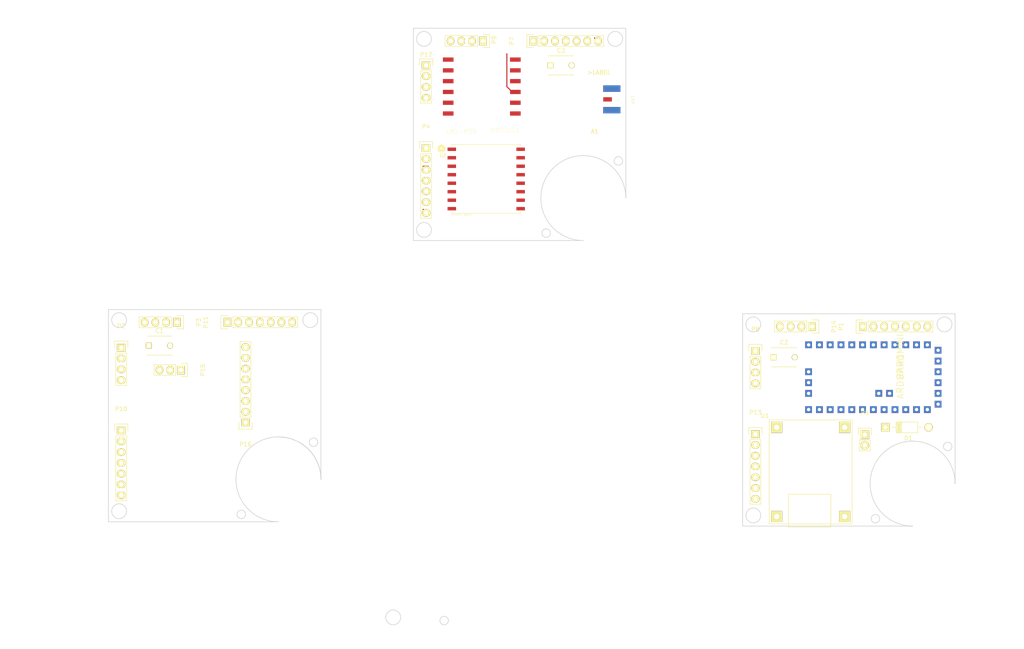
<source format=kicad_pcb>
(kicad_pcb (version 20221018) (generator pcbnew)
  (title_block (title "CatSat") (date "2016-07-28") (rev "0.001") (company "Electronic Cats") (comment 1 "Eduardo Contreras"))
  (layers (0 "F.Cu" signal) (31 "B.Cu" signal) (34 "B.Paste" user) (35 "F.Paste" user) (36 "B.SilkS" user "B.Silkscreen") (37 "F.SilkS" user "F.Silkscreen") (38 "B.Mask" user) (39 "F.Mask" user) (44 "Edge.Cuts" user))
  (net 0 "")
  (net 1 "GND")
  (net 2 "Net-(A1-Pad2)")
  (net 3 "Net-(D1-Pad2)")
  (net 4 "+BATT")
  (net 5 "S_TX")
  (net 6 "S_RX")
  (net 7 "Net-(MODULE1-Pad5)")
  (net 8 "Net-(MODULE1-Pad6)")
  (net 9 "Net-(MODULE1-Pad7)")
  (net 10 "Net-(MODULE1-Pad8)")
  (net 11 "Net-(MODULE1-Pad10)")
  (net 12 "Net-(MODULE1-Pad11)")
  (net 13 "SCL")
  (net 14 "SDA")
  (net 15 "DHT/D6")
  (net 16 "A3")
  (net 17 "A2")
  (net 18 "A1")
  (net 19 "A0")
  (net 20 "INT0")
  (net 21 "INT1")
  (net 22 "D7")
  (net 23 "D8")
  (net 24 "SCK")
  (net 25 "MISO")
  (net 26 "MOSI")
  (net 27 "NSS")
  (net 28 "RST")
  (net 29 "Net-(P5-Pad2)")
  (net 30 "Net-(P16-Pad3)")
  (net 31 "/Sensors/FSYNC")
  (net 32 "/Sensors/INTA")
  (net 33 "/Sensors/DRDY")
  (net 34 "Net-(U2-Pad11)")
  (net 35 "Net-(U2-Pad12)")
  (net 36 "Net-(U2-Pad15)")
  (net 37 "Net-(U2-Pad16)")
  (net 38 "Net-(U2-Pad7)")
  (net 39 "Net-(RAW1-Pad1)")
  (net 40 "Net-(RAW1-Pad2)")
  (net 41 "Net-(RAW1-Pad3)")
  (net 42 "Net-(RAW1-Pad4)")
  (net 43 "Net-(RAW1-Pad6)")
  (net 44 "Net-(RAW1-Pad7)")
  (net 45 "Net-(RAW1-Pad8)")
  (net 46 "Net-(RAW1-Pad9)")
  (net 47 "Net-(RAW1-Pad19)")
  (net 48 "Net-(RAW1-Pad21)")
  (net 49 "Net-(U1-Pad1)")
  (net 50 "Net-(U1-Pad2)")
  (net 51 "Net-(RAW1-Pad5)")
  (footprint "LoRa:SMA_Conn_Ant" (layer "F.Cu") (at 181.5 51.5 180)
    (fp_text reference "A1" (at 5.08 -6.985 180) (layer "F.SilkS") (effects (font (size 0.9652 0.9652) (thickness 0.18288)) (justify right top)))
    (fp_text value "ANT" (at -2.5 1 270) (layer "F.SilkS") (effects (font (size 0.77216 0.77216) (thickness 0.077216)) (justify right top)))
    (fp_text user ">LABEL" (at 5.08 6.35 180) (layer "F.SilkS") (effects (font (size 0.9652 0.9652) (thickness 0.18288))))
    (pad "" smd rect (at 2.032 -2.54 270) (size 1.524 4.064) (layers "B.Cu" "B.Paste" "B.Mask"))
    (pad "" smd rect (at 2.032 2.54 270) (size 1.524 4.064) (layers "B.Cu" "B.Paste" "B.Mask"))
    (pad "1" smd rect (at 2.032 -2.54 270) (size 1.524 4.064) (layers "F.Cu" "F.Paste" "F.Mask") (net 1 "GND"))
    (pad "2" smd rect (at 3.048 0 270) (size 1.016 2.032) (layers "F.Cu" "F.Paste" "F.Mask") (net 2 "Net-(A1-Pad2)"))
    (pad "3" smd rect (at 2.032 2.54 270) (size 1.524 4.064) (layers "F.Cu" "F.Paste" "F.Mask") (net 1 "GND"))
  )
  (footprint "Diodes_ThroughHole:Diode_DO-41_SOD81_Horizontal_RM10" (layer "F.Cu") (at 243.84 128.75254)
    (fp_text reference "D1" (at 5.38734 2.53746) (layer "F.SilkS"))
    (fp_text value "D")
    (fp_line (start 2.54 -1.27254) (end 3.81 1.26746) (stroke (width 0.15)) (layer "F.SilkS"))
    (fp_line (start 2.54 -1.27254) (end 7.62 -1.27254) (stroke (width 0.15)) (layer "F.SilkS"))
    (fp_line (start 2.54 1.26746) (end 2.54 -1.27254) (stroke (width 0.15)) (layer "F.SilkS"))
    (fp_line (start 2.794 -1.27254) (end 2.794 1.26746) (stroke (width 0.15)) (layer "F.SilkS"))
    (fp_line (start 2.794 -0.00254) (end 1.524 -0.00254) (stroke (width 0.15)) (layer "F.SilkS"))
    (fp_line (start 3.048 -1.27254) (end 3.048 1.26746) (stroke (width 0.15)) (layer "F.SilkS"))
    (fp_line (start 3.175 -1.27254) (end 3.175 1.26746) (stroke (width 0.15)) (layer "F.SilkS"))
    (fp_line (start 3.302 -1.27254) (end 3.302 1.26746) (stroke (width 0.15)) (layer "F.SilkS"))
    (fp_line (start 3.556 -1.27254) (end 3.556 1.26746) (stroke (width 0.15)) (layer "F.SilkS"))
    (fp_line (start 3.81 -1.27254) (end 2.54 1.26746) (stroke (width 0.15)) (layer "F.SilkS"))
    (fp_line (start 3.81 -1.27254) (end 3.81 1.26746) (stroke (width 0.15)) (layer "F.SilkS"))
    (fp_line (start 7.62 -1.27254) (end 7.62 1.26746) (stroke (width 0.15)) (layer "F.SilkS"))
    (fp_line (start 7.62 -0.00254) (end 8.636 -0.00254) (stroke (width 0.15)) (layer "F.SilkS"))
    (fp_line (start 7.62 1.26746) (end 2.54 1.26746) (stroke (width 0.15)) (layer "F.SilkS"))
    (pad "1" thru_hole rect (at 0 -0.00254 180) (size 1.99898 1.99898) (drill 1.00076) (layers "*.Cu" "*.Mask" "F.SilkS") (net 4 "+BATT"))
    (pad "2" thru_hole circle (at 10.16 -0.00254 180) (size 1.99898 1.99898) (drill 1.27) (layers "*.Cu" "*.Mask" "F.SilkS") (net 3 "Net-(D1-Pad2)"))
  )
  (footprint "CatSat:L80" (layer "F.Cu") (at 148.883668 49.118506 180)
    (fp_text reference "MODULE1" (at -5.46 -9.635 180) (layer "F.SilkS") (effects (font (thickness 0.05))))
    (fp_text value "L80-M39" (at 4.860978 -9.966894) (layer "F.SilkS") (effects (font (thickness 0.05))))
    (pad "1" smd rect (at -7.866332 -5.711494) (size 2.5 1) (layers "F.Cu" "F.Paste" "F.Mask") (net 5 "S_TX"))
    (pad "2" smd rect (at -7.866332 -3.171494) (size 2.5 1) (layers "F.Cu" "F.Paste" "F.Mask") (net 6 "S_RX"))
    (pad "3" smd rect (at -7.866332 -0.631494) (size 2.5 1) (layers "F.Cu" "F.Paste" "F.Mask") (net 1 "GND"))
    (pad "4" smd rect (at -7.866332 1.908506) (size 2.5 1) (layers "F.Cu" "F.Paste" "F.Mask") (net 4 "+BATT"))
    (pad "5" smd rect (at -7.866332 4.448506) (size 2.5 1) (layers "F.Cu" "F.Paste" "F.Mask") (net 7 "Net-(MODULE1-Pad5)"))
    (pad "6" smd rect (at -7.866332 6.988506) (size 2.5 1) (layers "F.Cu" "F.Paste" "F.Mask") (net 8 "Net-(MODULE1-Pad6)"))
    (pad "7" smd rect (at 7.933668 6.988506 180) (size 2.5 1) (layers "F.Cu" "F.Paste" "F.Mask") (net 9 "Net-(MODULE1-Pad7)"))
    (pad "8" smd rect (at 7.933668 4.448506 180) (size 2.5 1) (layers "F.Cu" "F.Paste" "F.Mask") (net 10 "Net-(MODULE1-Pad8)"))
    (pad "9" smd rect (at 7.933668 1.908506 180) (size 2.5 1) (layers "F.Cu" "F.Paste" "F.Mask"))
    (pad "10" smd rect (at 7.933668 -0.631494 180) (size 2.5 1) (layers "F.Cu" "F.Paste" "F.Mask") (net 11 "Net-(MODULE1-Pad10)"))
    (pad "11" smd rect (at 7.933668 -3.171494 180) (size 2.5 1) (layers "F.Cu" "F.Paste" "F.Mask") (net 12 "Net-(MODULE1-Pad11)"))
    (pad "12" smd rect (at 7.933668 -5.711494) (size 2.5 1) (layers "F.Cu" "F.Paste" "F.Mask") (net 1 "GND"))
  )
  (footprint "Pin_Headers:Pin_Header_Straight_1x07" (layer "F.Cu") (at 238.5 105 90)
    (fp_text reference "P1" (at 0 -5.1 90) (layer "F.SilkS"))
    (fp_text value "CONN_01X07")
    (fp_line (start -1.55 -1.55) (end 1.55 -1.55) (stroke (width 0.15)) (layer "F.SilkS"))
    (fp_line (start -1.55 0) (end -1.55 -1.55) (stroke (width 0.15)) (layer "F.SilkS"))
    (fp_line (start -1.27 16.51) (end -1.27 1.27) (stroke (width 0.15)) (layer "F.SilkS"))
    (fp_line (start 1.27 1.27) (end -1.27 1.27) (stroke (width 0.15)) (layer "F.SilkS"))
    (fp_line (start 1.27 1.27) (end 1.27 16.51) (stroke (width 0.15)) (layer "F.SilkS"))
    (fp_line (start 1.27 16.51) (end -1.27 16.51) (stroke (width 0.15)) (layer "F.SilkS"))
    (fp_line (start 1.55 -1.55) (end 1.55 0) (stroke (width 0.15)) (layer "F.SilkS"))
    (pad "1" thru_hole rect (at 0 0 90) (size 2.032 1.7272) (drill 1.016) (layers "*.Cu" "*.Mask" "F.SilkS") (net 1 "GND"))
    (pad "2" thru_hole oval (at 0 2.54 90) (size 2.032 1.7272) (drill 1.016) (layers "*.Cu" "*.Mask" "F.SilkS") (net 4 "+BATT"))
    (pad "3" thru_hole oval (at 0 5.08 90) (size 2.032 1.7272) (drill 1.016) (layers "*.Cu" "*.Mask" "F.SilkS") (net 13 "SCL"))
    (pad "4" thru_hole oval (at 0 7.62 90) (size 2.032 1.7272) (drill 1.016) (layers "*.Cu" "*.Mask" "F.SilkS") (net 14 "SDA"))
    (pad "5" thru_hole oval (at 0 10.16 90) (size 2.032 1.7272) (drill 1.016) (layers "*.Cu" "*.Mask" "F.SilkS") (net 6 "S_RX"))
    (pad "6" thru_hole oval (at 0 12.7 90) (size 2.032 1.7272) (drill 1.016) (layers "*.Cu" "*.Mask" "F.SilkS") (net 5 "S_TX"))
    (pad "7" thru_hole oval (at 0 15.24 90) (size 2.032 1.7272) (drill 1.016) (layers "*.Cu" "*.Mask" "F.SilkS") (net 15 "DHT/D6"))
  )
  (footprint "Pin_Headers:Pin_Header_Straight_1x04" (layer "F.Cu") (at 77.12 104 -90)
    (fp_text reference "P3" (at 0 -5.1 270) (layer "F.SilkS"))
    (fp_text value "CONN_01X04")
    (fp_line (start -1.55 -1.55) (end 1.55 -1.55) (stroke (width 0.15)) (layer "F.SilkS"))
    (fp_line (start -1.55 0) (end -1.55 -1.55) (stroke (width 0.15)) (layer "F.SilkS"))
    (fp_line (start -1.27 1.27) (end -1.27 8.89) (stroke (width 0.15)) (layer "F.SilkS"))
    (fp_line (start -1.27 8.89) (end 1.27 8.89) (stroke (width 0.15)) (layer "F.SilkS"))
    (fp_line (start 1.27 1.27) (end -1.27 1.27) (stroke (width 0.15)) (layer "F.SilkS"))
    (fp_line (start 1.27 1.27) (end 1.27 8.89) (stroke (width 0.15)) (layer "F.SilkS"))
    (fp_line (start 1.55 -1.55) (end 1.55 0) (stroke (width 0.15)) (layer "F.SilkS"))
    (pad "1" thru_hole rect (at 0 0 270) (size 2.032 1.7272) (drill 1.016) (layers "*.Cu" "*.Mask" "F.SilkS") (net 20 "INT0"))
    (pad "2" thru_hole oval (at 0 2.54 270) (size 2.032 1.7272) (drill 1.016) (layers "*.Cu" "*.Mask" "F.SilkS") (net 21 "INT1"))
    (pad "3" thru_hole oval (at 0 5.08 270) (size 2.032 1.7272) (drill 1.016) (layers "*.Cu" "*.Mask" "F.SilkS") (net 22 "D7"))
    (pad "4" thru_hole oval (at 0 7.62 270) (size 2.032 1.7272) (drill 1.016) (layers "*.Cu" "*.Mask" "F.SilkS") (net 23 "D8"))
  )
  (footprint "Pin_Headers:Pin_Header_Straight_1x07" (layer "F.Cu") (at 135.75 63)
    (fp_text reference "P4" (at 0 -5.1) (layer "F.SilkS"))
    (fp_text value "CONN_01X07")
    (fp_line (start -1.55 -1.55) (end 1.55 -1.55) (stroke (width 0.15)) (layer "F.SilkS"))
    (fp_line (start -1.55 0) (end -1.55 -1.55) (stroke (width 0.15)) (layer "F.SilkS"))
    (fp_line (start -1.27 16.51) (end -1.27 1.27) (stroke (width 0.15)) (layer "F.SilkS"))
    (fp_line (start 1.27 1.27) (end -1.27 1.27) (stroke (width 0.15)) (layer "F.SilkS"))
    (fp_line (start 1.27 1.27) (end 1.27 16.51) (stroke (width 0.15)) (layer "F.SilkS"))
    (fp_line (start 1.27 16.51) (end -1.27 16.51) (stroke (width 0.15)) (layer "F.SilkS"))
    (fp_line (start 1.55 -1.55) (end 1.55 0) (stroke (width 0.15)) (layer "F.SilkS"))
    (pad "1" thru_hole rect (at 0 0) (size 2.032 1.7272) (drill 1.016) (layers "*.Cu" "*.Mask" "F.SilkS") (net 4 "+BATT"))
    (pad "2" thru_hole oval (at 0 2.54) (size 2.032 1.7272) (drill 1.016) (layers "*.Cu" "*.Mask" "F.SilkS") (net 1 "GND"))
    (pad "3" thru_hole oval (at 0 5.08) (size 2.032 1.7272) (drill 1.016) (layers "*.Cu" "*.Mask" "F.SilkS") (net 24 "SCK"))
    (pad "4" thru_hole oval (at 0 7.62) (size 2.032 1.7272) (drill 1.016) (layers "*.Cu" "*.Mask" "F.SilkS") (net 25 "MISO"))
    (pad "5" thru_hole oval (at 0 10.16) (size 2.032 1.7272) (drill 1.016) (layers "*.Cu" "*.Mask" "F.SilkS") (net 26 "MOSI"))
    (pad "6" thru_hole oval (at 0 12.7) (size 2.032 1.7272) (drill 1.016) (layers "*.Cu" "*.Mask" "F.SilkS") (net 27 "NSS"))
    (pad "7" thru_hole oval (at 0 15.24) (size 2.032 1.7272) (drill 1.016) (layers "*.Cu" "*.Mask" "F.SilkS") (net 28 "RST"))
  )
  (footprint "Pin_Headers:Pin_Header_Straight_1x02" (layer "F.Cu") (at 239 130.46)
    (fp_text reference "P5" (at 0 -5.1) (layer "F.SilkS"))
    (fp_text value "BATTERY")
    (fp_line (start -1.55 -1.55) (end 1.55 -1.55) (stroke (width 0.15)) (layer "F.SilkS"))
    (fp_line (start -1.55 0) (end -1.55 -1.55) (stroke (width 0.15)) (layer "F.SilkS"))
    (fp_line (start -1.27 1.27) (end -1.27 3.81) (stroke (width 0.15)) (layer "F.SilkS"))
    (fp_line (start -1.27 3.81) (end 1.27 3.81) (stroke (width 0.15)) (layer "F.SilkS"))
    (fp_line (start 1.27 1.27) (end -1.27 1.27) (stroke (width 0.15)) (layer "F.SilkS"))
    (fp_line (start 1.27 1.27) (end 1.27 3.81) (stroke (width 0.15)) (layer "F.SilkS"))
    (fp_line (start 1.55 -1.55) (end 1.55 0) (stroke (width 0.15)) (layer "F.SilkS"))
    (pad "1" thru_hole rect (at 0 0) (size 2.032 2.032) (drill 1.016) (layers "*.Cu" "*.Mask" "F.SilkS") (net 3 "Net-(D1-Pad2)"))
    (pad "2" thru_hole oval (at 0 2.54) (size 2.032 2.032) (drill 1.016) (layers "*.Cu" "*.Mask" "F.SilkS") (net 29 "Net-(P5-Pad2)"))
  )
  (footprint "Pin_Headers:Pin_Header_Straight_1x07" (layer "F.Cu") (at 161 37.75 90)
    (fp_text reference "P7" (at 0 -5.1 90) (layer "F.SilkS"))
    (fp_text value "CONN_01X07")
    (fp_line (start -1.55 -1.55) (end 1.55 -1.55) (stroke (width 0.15)) (layer "F.SilkS"))
    (fp_line (start -1.55 0) (end -1.55 -1.55) (stroke (width 0.15)) (layer "F.SilkS"))
    (fp_line (start -1.27 16.51) (end -1.27 1.27) (stroke (width 0.15)) (layer "F.SilkS"))
    (fp_line (start 1.27 1.27) (end -1.27 1.27) (stroke (width 0.15)) (layer "F.SilkS"))
    (fp_line (start 1.27 1.27) (end 1.27 16.51) (stroke (width 0.15)) (layer "F.SilkS"))
    (fp_line (start 1.27 16.51) (end -1.27 16.51) (stroke (width 0.15)) (layer "F.SilkS"))
    (fp_line (start 1.55 -1.55) (end 1.55 0) (stroke (width 0.15)) (layer "F.SilkS"))
    (pad "1" thru_hole rect (at 0 0 90) (size 2.032 1.7272) (drill 1.016) (layers "*.Cu" "*.Mask" "F.SilkS") (net 1 "GND"))
    (pad "2" thru_hole oval (at 0 2.54 90) (size 2.032 1.7272) (drill 1.016) (layers "*.Cu" "*.Mask" "F.SilkS") (net 4 "+BATT"))
    (pad "3" thru_hole oval (at 0 5.08 90) (size 2.032 1.7272) (drill 1.016) (layers "*.Cu" "*.Mask" "F.SilkS") (net 13 "SCL"))
    (pad "4" thru_hole oval (at 0 7.62 90) (size 2.032 1.7272) (drill 1.016) (layers "*.Cu" "*.Mask" "F.SilkS") (net 14 "SDA"))
    (pad "5" thru_hole oval (at 0 10.16 90) (size 2.032 1.7272) (drill 1.016) (layers "*.Cu" "*.Mask" "F.SilkS") (net 6 "S_RX"))
    (pad "6" thru_hole oval (at 0 12.7 90) (size 2.032 1.7272) (drill 1.016) (layers "*.Cu" "*.Mask" "F.SilkS") (net 5 "S_TX"))
    (pad "7" thru_hole oval (at 0 15.24 90) (size 2.032 1.7272) (drill 1.016) (layers "*.Cu" "*.Mask" "F.SilkS") (net 15 "DHT/D6"))
  )
  (footprint "Pin_Headers:Pin_Header_Straight_1x04" (layer "F.Cu") (at 213.25 110.75)
    (fp_text reference "P8" (at 0 -5.1) (layer "F.SilkS"))
    (fp_text value "CONN_01X04")
    (fp_line (start -1.55 -1.55) (end 1.55 -1.55) (stroke (width 0.15)) (layer "F.SilkS"))
    (fp_line (start -1.55 0) (end -1.55 -1.55) (stroke (width 0.15)) (layer "F.SilkS"))
    (fp_line (start -1.27 1.27) (end -1.27 8.89) (stroke (width 0.15)) (layer "F.SilkS"))
    (fp_line (start -1.27 8.89) (end 1.27 8.89) (stroke (width 0.15)) (layer "F.SilkS"))
    (fp_line (start 1.27 1.27) (end -1.27 1.27) (stroke (width 0.15)) (layer "F.SilkS"))
    (fp_line (start 1.27 1.27) (end 1.27 8.89) (stroke (width 0.15)) (layer "F.SilkS"))
    (fp_line (start 1.55 -1.55) (end 1.55 0) (stroke (width 0.15)) (layer "F.SilkS"))
    (pad "1" thru_hole rect (at 0 0) (size 2.032 1.7272) (drill 1.016) (layers "*.Cu" "*.Mask" "F.SilkS") (net 16 "A3"))
    (pad "2" thru_hole oval (at 0 2.54) (size 2.032 1.7272) (drill 1.016) (layers "*.Cu" "*.Mask" "F.SilkS") (net 17 "A2"))
    (pad "3" thru_hole oval (at 0 5.08) (size 2.032 1.7272) (drill 1.016) (layers "*.Cu" "*.Mask" "F.SilkS") (net 18 "A1"))
    (pad "4" thru_hole oval (at 0 7.62) (size 2.032 1.7272) (drill 1.016) (layers "*.Cu" "*.Mask" "F.SilkS") (net 19 "A0"))
  )
  (footprint "Pin_Headers:Pin_Header_Straight_1x04" (layer "F.Cu") (at 149.12 37.75 -90)
    (fp_text reference "P9" (at -0.25 -2.63 270) (layer "F.SilkS"))
    (fp_text value "CONN_01X04")
    (fp_line (start -1.55 -1.55) (end 1.55 -1.55) (stroke (width 0.15)) (layer "F.SilkS"))
    (fp_line (start -1.55 0) (end -1.55 -1.55) (stroke (width 0.15)) (layer "F.SilkS"))
    (fp_line (start -1.27 1.27) (end -1.27 8.89) (stroke (width 0.15)) (layer "F.SilkS"))
    (fp_line (start -1.27 8.89) (end 1.27 8.89) (stroke (width 0.15)) (layer "F.SilkS"))
    (fp_line (start 1.27 1.27) (end -1.27 1.27) (stroke (width 0.15)) (layer "F.SilkS"))
    (fp_line (start 1.27 1.27) (end 1.27 8.89) (stroke (width 0.15)) (layer "F.SilkS"))
    (fp_line (start 1.55 -1.55) (end 1.55 0) (stroke (width 0.15)) (layer "F.SilkS"))
    (pad "1" thru_hole rect (at 0 0 270) (size 2.032 1.7272) (drill 1.016) (layers "*.Cu" "*.Mask" "F.SilkS") (net 20 "INT0"))
    (pad "2" thru_hole oval (at 0 2.54 270) (size 2.032 1.7272) (drill 1.016) (layers "*.Cu" "*.Mask" "F.SilkS") (net 21 "INT1"))
    (pad "3" thru_hole oval (at 0 5.08 270) (size 2.032 1.7272) (drill 1.016) (layers "*.Cu" "*.Mask" "F.SilkS") (net 22 "D7"))
    (pad "4" thru_hole oval (at 0 7.62 270) (size 2.032 1.7272) (drill 1.016) (layers "*.Cu" "*.Mask" "F.SilkS") (net 23 "D8"))
  )
  (footprint "Pin_Headers:Pin_Header_Straight_1x07" (layer "F.Cu") (at 64 129.5)
    (fp_text reference "P10" (at 0 -5.1) (layer "F.SilkS"))
    (fp_text value "CONN_01X07")
    (fp_line (start -1.55 -1.55) (end 1.55 -1.55) (stroke (width 0.15)) (layer "F.SilkS"))
    (fp_line (start -1.55 0) (end -1.55 -1.55) (stroke (width 0.15)) (layer "F.SilkS"))
    (fp_line (start -1.27 16.51) (end -1.27 1.27) (stroke (width 0.15)) (layer "F.SilkS"))
    (fp_line (start 1.27 1.27) (end -1.27 1.27) (stroke (width 0.15)) (layer "F.SilkS"))
    (fp_line (start 1.27 1.27) (end 1.27 16.51) (stroke (width 0.15)) (layer "F.SilkS"))
    (fp_line (start 1.27 16.51) (end -1.27 16.51) (stroke (width 0.15)) (layer "F.SilkS"))
    (fp_line (start 1.55 -1.55) (end 1.55 0) (stroke (width 0.15)) (layer "F.SilkS"))
    (pad "1" thru_hole rect (at 0 0) (size 2.032 1.7272) (drill 1.016) (layers "*.Cu" "*.Mask" "F.SilkS") (net 4 "+BATT"))
    (pad "2" thru_hole oval (at 0 2.54) (size 2.032 1.7272) (drill 1.016) (layers "*.Cu" "*.Mask" "F.SilkS") (net 1 "GND"))
    (pad "3" thru_hole oval (at 0 5.08) (size 2.032 1.7272) (drill 1.016) (layers "*.Cu" "*.Mask" "F.SilkS") (net 24 "SCK"))
    (pad "4" thru_hole oval (at 0 7.62) (size 2.032 1.7272) (drill 1.016) (layers "*.Cu" "*.Mask" "F.SilkS") (net 25 "MISO"))
    (pad "5" thru_hole oval (at 0 10.16) (size 2.032 1.7272) (drill 1.016) (layers "*.Cu" "*.Mask" "F.SilkS") (net 26 "MOSI"))
    (pad "6" thru_hole oval (at 0 12.7) (size 2.032 1.7272) (drill 1.016) (layers "*.Cu" "*.Mask" "F.SilkS") (net 27 "NSS"))
    (pad "7" thru_hole oval (at 0 15.24) (size 2.032 1.7272) (drill 1.016) (layers "*.Cu" "*.Mask" "F.SilkS") (net 28 "RST"))
  )
  (footprint "Pin_Headers:Pin_Header_Straight_1x07" (layer "F.Cu") (at 89 104 90)
    (fp_text reference "P11" (at 0 -5.1 90) (layer "F.SilkS"))
    (fp_text value "CONN_01X07")
    (fp_line (start -1.55 -1.55) (end 1.55 -1.55) (stroke (width 0.15)) (layer "F.SilkS"))
    (fp_line (start -1.55 0) (end -1.55 -1.55) (stroke (width 0.15)) (layer "F.SilkS"))
    (fp_line (start -1.27 16.51) (end -1.27 1.27) (stroke (width 0.15)) (layer "F.SilkS"))
    (fp_line (start 1.27 1.27) (end -1.27 1.27) (stroke (width 0.15)) (layer "F.SilkS"))
    (fp_line (start 1.27 1.27) (end 1.27 16.51) (stroke (width 0.15)) (layer "F.SilkS"))
    (fp_line (start 1.27 16.51) (end -1.27 16.51) (stroke (width 0.15)) (layer "F.SilkS"))
    (fp_line (start 1.55 -1.55) (end 1.55 0) (stroke (width 0.15)) (layer "F.SilkS"))
    (pad "1" thru_hole rect (at 0 0 90) (size 2.032 1.7272) (drill 1.016) (layers "*.Cu" "*.Mask" "F.SilkS") (net 1 "GND"))
    (pad "2" thru_hole oval (at 0 2.54 90) (size 2.032 1.7272) (drill 1.016) (layers "*.Cu" "*.Mask" "F.SilkS") (net 4 "+BATT"))
    (pad "3" thru_hole oval (at 0 5.08 90) (size 2.032 1.7272) (drill 1.016) (layers "*.Cu" "*.Mask" "F.SilkS") (net 13 "SCL"))
    (pad "4" thru_hole oval (at 0 7.62 90) (size 2.032 1.7272) (drill 1.016) (layers "*.Cu" "*.Mask" "F.SilkS") (net 14 "SDA"))
    (pad "5" thru_hole oval (at 0 10.16 90) (size 2.032 1.7272) (drill 1.016) (layers "*.Cu" "*.Mask" "F.SilkS") (net 6 "S_RX"))
    (pad "6" thru_hole oval (at 0 12.7 90) (size 2.032 1.7272) (drill 1.016) (layers "*.Cu" "*.Mask" "F.SilkS") (net 5 "S_TX"))
    (pad "7" thru_hole oval (at 0 15.24 90) (size 2.032 1.7272) (drill 1.016) (layers "*.Cu" "*.Mask" "F.SilkS") (net 15 "DHT/D6"))
  )
  (footprint "Pin_Headers:Pin_Header_Straight_1x04" (layer "F.Cu") (at 135.75 43.5)
    (fp_text reference "P12" (at 0 -2.5) (layer "F.SilkS"))
    (fp_text value "CONN_01X04")
    (fp_line (start -1.55 -1.55) (end 1.55 -1.55) (stroke (width 0.15)) (layer "F.SilkS"))
    (fp_line (start -1.55 0) (end -1.55 -1.55) (stroke (width 0.15)) (layer "F.SilkS"))
    (fp_line (start -1.27 1.27) (end -1.27 8.89) (stroke (width 0.15)) (layer "F.SilkS"))
    (fp_line (start -1.27 8.89) (end 1.27 8.89) (stroke (width 0.15)) (layer "F.SilkS"))
    (fp_line (start 1.27 1.27) (end -1.27 1.27) (stroke (width 0.15)) (layer "F.SilkS"))
    (fp_line (start 1.27 1.27) (end 1.27 8.89) (stroke (width 0.15)) (layer "F.SilkS"))
    (fp_line (start 1.55 -1.55) (end 1.55 0) (stroke (width 0.15)) (layer "F.SilkS"))
    (pad "1" thru_hole rect (at 0 0) (size 2.032 1.7272) (drill 1.016) (layers "*.Cu" "*.Mask" "F.SilkS") (net 16 "A3"))
    (pad "2" thru_hole oval (at 0 2.54) (size 2.032 1.7272) (drill 1.016) (layers "*.Cu" "*.Mask" "F.SilkS") (net 17 "A2"))
    (pad "3" thru_hole oval (at 0 5.08) (size 2.032 1.7272) (drill 1.016) (layers "*.Cu" "*.Mask" "F.SilkS") (net 18 "A1"))
    (pad "4" thru_hole oval (at 0 7.62) (size 2.032 1.7272) (drill 1.016) (layers "*.Cu" "*.Mask" "F.SilkS") (net 19 "A0"))
  )
  (footprint "Pin_Headers:Pin_Header_Straight_1x07" (layer "F.Cu") (at 213.25 130.34)
    (fp_text reference "P13" (at 0 -5.1) (layer "F.SilkS"))
    (fp_text value "CONN_01X07")
    (fp_line (start -1.55 -1.55) (end 1.55 -1.55) (stroke (width 0.15)) (layer "F.SilkS"))
    (fp_line (start -1.55 0) (end -1.55 -1.55) (stroke (width 0.15)) (layer "F.SilkS"))
    (fp_line (start -1.27 16.51) (end -1.27 1.27) (stroke (width 0.15)) (layer "F.SilkS"))
    (fp_line (start 1.27 1.27) (end -1.27 1.27) (stroke (width 0.15)) (layer "F.SilkS"))
    (fp_line (start 1.27 1.27) (end 1.27 16.51) (stroke (width 0.15)) (layer "F.SilkS"))
    (fp_line (start 1.27 16.51) (end -1.27 16.51) (stroke (width 0.15)) (layer "F.SilkS"))
    (fp_line (start 1.55 -1.55) (end 1.55 0) (stroke (width 0.15)) (layer "F.SilkS"))
    (pad "1" thru_hole rect (at 0 0) (size 2.032 1.7272) (drill 1.016) (layers "*.Cu" "*.Mask" "F.SilkS") (net 4 "+BATT"))
    (pad "2" thru_hole oval (at 0 2.54) (size 2.032 1.7272) (drill 1.016) (layers "*.Cu" "*.Mask" "F.SilkS") (net 1 "GND"))
    (pad "3" thru_hole oval (at 0 5.08) (size 2.032 1.7272) (drill 1.016) (layers "*.Cu" "*.Mask" "F.SilkS") (net 24 "SCK"))
    (pad "4" thru_hole oval (at 0 7.62) (size 2.032 1.7272) (drill 1.016) (layers "*.Cu" "*.Mask" "F.SilkS") (net 25 "MISO"))
    (pad "5" thru_hole oval (at 0 10.16) (size 2.032 1.7272) (drill 1.016) (layers "*.Cu" "*.Mask" "F.SilkS") (net 26 "MOSI"))
    (pad "6" thru_hole oval (at 0 12.7) (size 2.032 1.7272) (drill 1.016) (layers "*.Cu" "*.Mask" "F.SilkS") (net 27 "NSS"))
    (pad "7" thru_hole oval (at 0 15.24) (size 2.032 1.7272) (drill 1.016) (layers "*.Cu" "*.Mask" "F.SilkS") (net 28 "RST"))
  )
  (footprint "Pin_Headers:Pin_Header_Straight_1x04" (layer "F.Cu") (at 226.62 105 -90)
    (fp_text reference "P14" (at 0 -5.1 270) (layer "F.SilkS"))
    (fp_text value "CONN_01X04")
    (fp_line (start -1.55 -1.55) (end 1.55 -1.55) (stroke (width 0.15)) (layer "F.SilkS"))
    (fp_line (start -1.55 0) (end -1.55 -1.55) (stroke (width 0.15)) (layer "F.SilkS"))
    (fp_line (start -1.27 1.27) (end -1.27 8.89) (stroke (width 0.15)) (layer "F.SilkS"))
    (fp_line (start -1.27 8.89) (end 1.27 8.89) (stroke (width 0.15)) (layer "F.SilkS"))
    (fp_line (start 1.27 1.27) (end -1.27 1.27) (stroke (width 0.15)) (layer "F.SilkS"))
    (fp_line (start 1.27 1.27) (end 1.27 8.89) (stroke (width 0.15)) (layer "F.SilkS"))
    (fp_line (start 1.55 -1.55) (end 1.55 0) (stroke (width 0.15)) (layer "F.SilkS"))
    (pad "1" thru_hole rect (at 0 0 270) (size 2.032 1.7272) (drill 1.016) (layers "*.Cu" "*.Mask" "F.SilkS") (net 20 "INT0"))
    (pad "2" thru_hole oval (at 0 2.54 270) (size 2.032 1.7272) (drill 1.016) (layers "*.Cu" "*.Mask" "F.SilkS") (net 21 "INT1"))
    (pad "3" thru_hole oval (at 0 5.08 270) (size 2.032 1.7272) (drill 1.016) (layers "*.Cu" "*.Mask" "F.SilkS") (net 22 "D7"))
    (pad "4" thru_hole oval (at 0 7.62 270) (size 2.032 1.7272) (drill 1.016) (layers "*.Cu" "*.Mask" "F.SilkS") (net 23 "D8"))
  )
  (footprint "Pin_Headers:Pin_Header_Straight_1x03" (layer "F.Cu") (at 78.08 115.25 -90)
    (fp_text reference "P15" (at 0 -5.1 270) (layer "F.SilkS"))
    (fp_text value "DHT22")
    (fp_line (start -1.55 -1.55) (end 1.55 -1.55) (stroke (width 0.15)) (layer "F.SilkS"))
    (fp_line (start -1.55 0) (end -1.55 -1.55) (stroke (width 0.15)) (layer "F.SilkS"))
    (fp_line (start -1.27 1.27) (end -1.27 6.35) (stroke (width 0.15)) (layer "F.SilkS"))
    (fp_line (start -1.27 6.35) (end 1.27 6.35) (stroke (width 0.15)) (layer "F.SilkS"))
    (fp_line (start 1.27 1.27) (end -1.27 1.27) (stroke (width 0.15)) (layer "F.SilkS"))
    (fp_line (start 1.27 6.35) (end 1.27 1.27) (stroke (width 0.15)) (layer "F.SilkS"))
    (fp_line (start 1.55 -1.55) (end 1.55 0) (stroke (width 0.15)) (layer "F.SilkS"))
    (pad "1" thru_hole rect (at 0 0 270) (size 2.032 1.7272) (drill 1.016) (layers "*.Cu" "*.Mask" "F.SilkS") (net 15 "DHT/D6"))
    (pad "2" thru_hole oval (at 0 2.54 270) (size 2.032 1.7272) (drill 1.016) (layers "*.Cu" "*.Mask" "F.SilkS") (net 4 "+BATT"))
    (pad "3" thru_hole oval (at 0 5.08 270) (size 2.032 1.7272) (drill 1.016) (layers "*.Cu" "*.Mask" "F.SilkS") (net 1 "GND"))
  )
  (footprint "Pin_Headers:Pin_Header_Straight_1x08" (layer "F.Cu") (at 93.25 127.62 180)
    (fp_text reference "P16" (at 0 -5.1 180) (layer "F.SilkS"))
    (fp_text value "GY-87")
    (fp_line (start -1.55 -1.55) (end 1.55 -1.55) (stroke (width 0.15)) (layer "F.SilkS"))
    (fp_line (start -1.55 0) (end -1.55 -1.55) (stroke (width 0.15)) (layer "F.SilkS"))
    (fp_line (start -1.27 19.05) (end -1.27 1.27) (stroke (width 0.15)) (layer "F.SilkS"))
    (fp_line (start 1.27 1.27) (end -1.27 1.27) (stroke (width 0.15)) (layer "F.SilkS"))
    (fp_line (start 1.27 1.27) (end 1.27 19.05) (stroke (width 0.15)) (layer "F.SilkS"))
    (fp_line (start 1.27 19.05) (end -1.27 19.05) (stroke (width 0.15)) (layer "F.SilkS"))
    (fp_line (start 1.55 -1.55) (end 1.55 0) (stroke (width 0.15)) (layer "F.SilkS"))
    (pad "1" thru_hole rect (at 0 0 180) (size 2.032 1.7272) (drill 1.016) (layers "*.Cu" "*.Mask" "F.SilkS") (net 4 "+BATT"))
    (pad "2" thru_hole oval (at 0 2.54 180) (size 2.032 1.7272) (drill 1.016) (layers "*.Cu" "*.Mask" "F.SilkS") (net 1 "GND"))
    (pad "3" thru_hole oval (at 0 5.08 180) (size 2.032 1.7272) (drill 1.016) (layers "*.Cu" "*.Mask" "F.SilkS") (net 30 "Net-(P16-Pad3)"))
    (pad "4" thru_hole oval (at 0 7.62 180) (size 2.032 1.7272) (drill 1.016) (layers "*.Cu" "*.Mask" "F.SilkS") (net 13 "SCL"))
    (pad "5" thru_hole oval (at 0 10.16 180) (size 2.032 1.7272) (drill 1.016) (layers "*.Cu" "*.Mask" "F.SilkS") (net 14 "SDA"))
    (pad "6" thru_hole oval (at 0 12.7 180) (size 2.032 1.7272) (drill 1.016) (layers "*.Cu" "*.Mask" "F.SilkS") (net 31 "/Sensors/FSYNC"))
    (pad "7" thru_hole oval (at 0 15.24 180) (size 2.032 1.7272) (drill 1.016) (layers "*.Cu" "*.Mask" "F.SilkS") (net 32 "/Sensors/INTA"))
    (pad "8" thru_hole oval (at 0 17.78 180) (size 2.032 1.7272) (drill 1.016) (layers "*.Cu" "*.Mask" "F.SilkS") (net 33 "/Sensors/DRDY"))
  )
  (footprint "LoRa:RFM" (layer "F.Cu") (at 149.9 70.25)
    (fp_text reference "U2" (at -11.07 -5.04) (layer "F.SilkS") (effects (font (size 0.77216 0.77216) (thickness 0.138988)) (justify left bottom)))
    (fp_text value "RFM95W-868S2" (at -8.1 8.7) (layer "F.SilkS") (effects (font (size 0.38608 0.38608) (thickness 0.038608)) (justify left bottom)))
    (fp_line (start -8.1 -8.1) (end 8.1 -8.1) (stroke (width 0.127)) (layer "F.SilkS"))
    (fp_line (start -8.1 -7.7) (end -8.1 -8.1) (stroke (width 0.127)) (layer "F.SilkS"))
    (fp_line (start -8.1 7.7) (end -8.1 8.1) (stroke (width 0.127)) (layer "F.SilkS"))
    (fp_line (start -8.1 8.1) (end 8.1 8.1) (stroke (width 0.127)) (layer "F.SilkS"))
    (fp_line (start 8.1 -8.1) (end 8.1 -7.7) (stroke (width 0.127)) (layer "F.SilkS"))
    (fp_line (start 8.1 8.1) (end 8.1 7.7) (stroke (width 0.127)) (layer "F.SilkS"))
    (fp_circle (center -10.56 -7.16) (end -10.26 -7.16) (stroke (width 0.6096)) (fill none) (layer "F.SilkS"))
    (pad "1" smd rect (at -8.1 -7) (size 2 0.8) (layers "F.Cu" "F.Paste" "F.Mask") (net 1 "GND"))
    (pad "2" smd rect (at -8.1 -5) (size 2 0.8) (layers "F.Cu" "F.Paste" "F.Mask") (net 25 "MISO"))
    (pad "3" smd rect (at -8.1 -3) (size 2 0.8) (layers "F.Cu" "F.Paste" "F.Mask") (net 26 "MOSI"))
    (pad "4" smd rect (at -8.1 -1) (size 2 0.8) (layers "F.Cu" "F.Paste" "F.Mask") (net 24 "SCK"))
    (pad "5" smd rect (at -8.1 1) (size 2 0.8) (layers "F.Cu" "F.Paste" "F.Mask") (net 27 "NSS"))
    (pad "6" smd rect (at -8.1 3) (size 2 0.8) (layers "F.Cu" "F.Paste" "F.Mask") (net 28 "RST"))
    (pad "7" smd rect (at -8.1 5) (size 2 0.8) (layers "F.Cu" "F.Paste" "F.Mask") (net 38 "Net-(U2-Pad7)"))
    (pad "8" smd rect (at -8.1 7 180) (size 2 0.8) (layers "F.Cu" "F.Paste" "F.Mask") (net 1 "GND"))
    (pad "9" smd rect (at 8.1 7 180) (size 2 0.8) (layers "F.Cu" "F.Paste" "F.Mask") (net 2 "Net-(A1-Pad2)"))
    (pad "10" smd rect (at 8.1 5 180) (size 2 0.8) (layers "F.Cu" "F.Paste" "F.Mask") (net 1 "GND"))
    (pad "11" smd rect (at 8.1 3 180) (size 2 0.8) (layers "F.Cu" "F.Paste" "F.Mask") (net 34 "Net-(U2-Pad11)"))
    (pad "12" smd rect (at 8.1 1 180) (size 2 0.8) (layers "F.Cu" "F.Paste" "F.Mask") (net 35 "Net-(U2-Pad12)"))
    (pad "13" smd rect (at 8.1 -1 180) (size 2 0.8) (layers "F.Cu" "F.Paste" "F.Mask") (net 4 "+BATT"))
    (pad "14" smd rect (at 8.1 -3 180) (size 2 0.8) (layers "F.Cu" "F.Paste" "F.Mask") (net 20 "INT0"))
    (pad "15" smd rect (at 8.1 -5 180) (size 2 0.8) (layers "F.Cu" "F.Paste" "F.Mask") (net 36 "Net-(U2-Pad15)"))
    (pad "16" smd rect (at 8.1 -7 180) (size 2 0.8) (layers "F.Cu" "F.Paste" "F.Mask") (net 37 "Net-(U2-Pad16)"))
  )
  (footprint "Pin_Headers:Pin_Header_Straight_1x04" (layer "F.Cu") (at 64 110)
    (fp_text reference "P2" (at 0 -5.1) (layer "F.SilkS"))
    (fp_text value "CONN_01X04")
    (fp_line (start -1.55 -1.55) (end 1.55 -1.55) (stroke (width 0.15)) (layer "F.SilkS"))
    (fp_line (start -1.55 0) (end -1.55 -1.55) (stroke (width 0.15)) (layer "F.SilkS"))
    (fp_line (start -1.27 1.27) (end -1.27 8.89) (stroke (width 0.15)) (layer "F.SilkS"))
    (fp_line (start -1.27 8.89) (end 1.27 8.89) (stroke (width 0.15)) (layer "F.SilkS"))
    (fp_line (start 1.27 1.27) (end -1.27 1.27) (stroke (width 0.15)) (layer "F.SilkS"))
    (fp_line (start 1.27 1.27) (end 1.27 8.89) (stroke (width 0.15)) (layer "F.SilkS"))
    (fp_line (start 1.55 -1.55) (end 1.55 0) (stroke (width 0.15)) (layer "F.SilkS"))
    (pad "1" thru_hole rect (at 0 0) (size 2.032 1.7272) (drill 1.016) (layers "*.Cu" "*.Mask" "F.SilkS") (net 16 "A3"))
    (pad "2" thru_hole oval (at 0 2.54) (size 2.032 1.7272) (drill 1.016) (layers "*.Cu" "*.Mask" "F.SilkS") (net 17 "A2"))
    (pad "3" thru_hole oval (at 0 5.08) (size 2.032 1.7272) (drill 1.016) (layers "*.Cu" "*.Mask" "F.SilkS") (net 18 "A1"))
    (pad "4" thru_hole oval (at 0 7.62) (size 2.032 1.7272) (drill 1.016) (layers "*.Cu" "*.Mask" "F.SilkS") (net 19 "A0"))
  )
  (footprint "4056_lipoCharg" (layer "F.Cu") (at 215.5 125.5)
    (fp_text reference "U1" (at 0 0.5) (layer "F.SilkS"))
    (fp_text value "4056_CARG")
    (fp_line (start 1 1.5) (end 20.5 1.5) (stroke (width 0.15)) (layer "F.SilkS"))
    (fp_line (start 1 26) (end 1 1.5) (stroke (width 0.15)) (layer "F.SilkS"))
    (fp_line (start 5.5 19) (end 15.5 19) (stroke (width 0.15)) (layer "F.SilkS"))
    (fp_line (start 5.5 24.5) (end 5.5 19) (stroke (width 0.15)) (layer "F.SilkS"))
    (fp_line (start 5.5 24.5) (end 5.5 26) (stroke (width 0.15)) (layer "F.SilkS"))
    (fp_line (start 5.5 26) (end 5.5 26.75) (stroke (width 0.15)) (layer "F.SilkS"))
    (fp_line (start 5.5 26.75) (end 15.5 26.75) (stroke (width 0.15)) (layer "F.SilkS"))
    (fp_line (start 15.5 19) (end 15.5 24.75) (stroke (width 0.15)) (layer "F.SilkS"))
    (fp_line (start 15.5 24.5) (end 15.5 26) (stroke (width 0.15)) (layer "F.SilkS"))
    (fp_line (start 15.5 26.75) (end 15.5 26) (stroke (width 0.15)) (layer "F.SilkS"))
    (fp_line (start 20.5 1.5) (end 20.5 26) (stroke (width 0.15)) (layer "F.SilkS"))
    (fp_line (start 20.5 26) (end 1 26) (stroke (width 0.15)) (layer "F.SilkS"))
    (pad "1" thru_hole rect (at 2.75 24.25) (size 2.6 2.6) (drill 1.2) (layers "*.Cu" "*.Mask" "F.SilkS") (net 49 "Net-(U1-Pad1)"))
    (pad "2" thru_hole rect (at 18.75 24.25) (size 2.6 2.6) (drill 1.2) (layers "*.Cu" "*.Mask" "F.SilkS") (net 50 "Net-(U1-Pad2)"))
    (pad "3" thru_hole rect (at 2.75 3.25) (size 2.6 2.6) (drill 1.2) (layers "*.Cu" "*.Mask" "F.SilkS") (net 3 "Net-(D1-Pad2)"))
    (pad "4" thru_hole rect (at 18.75 3.25) (size 2.6 2.6) (drill 1.2) (layers "*.Cu" "*.Mask" "F.SilkS") (net 29 "Net-(P5-Pad2)"))
  )
  (footprint "arduinoMiniPro" (layer "F.Cu") (at 247.36 114.4 -90)
    (fp_text reference "RAW1" (at 0 0 270) (layer "F.SilkS") (effects (font (size 1.524 1.524))))
    (fp_text value "ARDUPROMINI" (at 0 0 270) (layer "F.SilkS") (effects (font (size 1.524 1.524))))
    (pad "1" thru_hole rect (at -3.81 -8.89) (size 1.6 1.6) (drill 0.8) (layers "*.Cu" "*.Mask") (net 39 "Net-(RAW1-Pad1)"))
    (pad "2" thru_hole rect (at -1.27 -8.89) (size 1.6 1.6) (drill 0.8) (layers "*.Cu" "*.Mask") (net 40 "Net-(RAW1-Pad2)"))
    (pad "3" thru_hole rect (at 1.27 -8.89) (size 1.6 1.6) (drill 0.8) (layers "*.Cu" "*.Mask") (net 41 "Net-(RAW1-Pad3)"))
    (pad "4" thru_hole rect (at 3.81 -8.89) (size 1.6 1.6) (drill 0.8) (layers "*.Cu" "*.Mask") (net 42 "Net-(RAW1-Pad4)"))
    (pad "5" thru_hole rect (at 6.35 -8.89) (size 1.6 1.6) (drill 0.8) (layers "*.Cu" "*.Mask") (net 51 "Net-(RAW1-Pad5)"))
    (pad "6" thru_hole rect (at 8.89 -8.89) (size 1.6 1.6) (drill 0.8) (layers "*.Cu" "*.Mask") (net 43 "Net-(RAW1-Pad6)"))
    (pad "7" thru_hole rect (at -5.08 -6.35 90) (size 1.6 1.6) (drill 0.8) (layers "*.Cu" "*.Mask") (net 44 "Net-(RAW1-Pad7)"))
    (pad "8" thru_hole rect (at -5.08 -3.81 90) (size 1.6 1.6) (drill 0.8) (layers "*.Cu" "*.Mask") (net 45 "Net-(RAW1-Pad8)"))
    (pad "9" thru_hole rect (at -5.08 -1.27 90) (size 1.6 1.6) (drill 0.8) (layers "*.Cu" "*.Mask") (net 46 "Net-(RAW1-Pad9)"))
    (pad "10" thru_hole rect (at -5.08 1.27 90) (size 1.6 1.6) (drill 0.8) (layers "*.Cu" "*.Mask") (net 1 "GND"))
    (pad "11" thru_hole rect (at -5.08 3.81 90) (size 1.6 1.6) (drill 0.8) (layers "*.Cu" "*.Mask") (net 20 "INT0"))
    (pad "12" thru_hole rect (at -5.08 6.35 90) (size 1.6 1.6) (drill 0.8) (layers "*.Cu" "*.Mask") (net 21 "INT1"))
    (pad "13" thru_hole rect (at -5.08 8.89 90) (size 1.6 1.6) (drill 0.8) (layers "*.Cu" "*.Mask") (net 5 "S_TX"))
    (pad "14" thru_hole rect (at -5.08 11.43 90) (size 1.6 1.6) (drill 0.8) (layers "*.Cu" "*.Mask") (net 6 "S_RX"))
    (pad "15" thru_hole rect (at -5.08 13.97 90) (size 1.6 1.6) (drill 0.8) (layers "*.Cu" "*.Mask") (net 15 "DHT/D6"))
    (pad "16" thru_hole rect (at -5.08 16.51 90) (size 1.6 1.6) (drill 0.8) (layers "*.Cu" "*.Mask") (net 22 "D7"))
    (pad "17" thru_hole rect (at -5.08 19.05 90) (size 1.6 1.6) (drill 0.8) (layers "*.Cu" "*.Mask") (net 23 "D8"))
    (pad "18" thru_hole rect (at -5.08 21.59 90) (size 1.6 1.6) (drill 0.8) (layers "*.Cu" "*.Mask") (net 28 "RST"))
    (pad "19" thru_hole rect (at 10.16 -6.35 90) (size 1.6 1.6) (drill 0.8) (layers "*.Cu" "*.Mask") (net 47 "Net-(RAW1-Pad19)"))
    (pad "20" thru_hole rect (at 10.16 -3.81 90) (size 1.6 1.6) (drill 0.8) (layers "*.Cu" "*.Mask") (net 1 "GND"))
    (pad "21" thru_hole rect (at 10.16 -1.27 90) (size 1.6 1.6) (drill 0.8) (layers "*.Cu" "*.Mask") (net 48 "Net-(RAW1-Pad21)"))
    (pad "22" thru_hole rect (at 10.16 1.27 90) (size 1.6 1.6) (drill 0.8) (layers "*.Cu" "*.Mask") (net 4 "+BATT"))
    (pad "23" thru_hole rect (at 10.16 3.81 90) (size 1.6 1.6) (drill 0.8) (layers "*.Cu" "*.Mask") (net 16 "A3"))
    (pad "24" thru_hole rect (at 10.16 6.35 90) (size 1.6 1.6) (drill 0.8) (layers "*.Cu" "*.Mask") (net 17 "A2"))
    (pad "25" thru_hole rect (at 10.16 8.89 90) (size 1.6 1.6) (drill 0.8) (layers "*.Cu" "*.Mask") (net 18 "A1"))
    (pad "26" thru_hole rect (at 10.16 11.43 90) (size 1.6 1.6) (drill 0.8) (layers "*.Cu" "*.Mask") (net 19 "A0"))
    (pad "27" thru_hole rect (at 10.16 13.97 90) (size 1.6 1.6) (drill 0.8) (layers "*.Cu" "*.Mask") (net 24 "SCK"))
    (pad "28" thru_hole rect (at 10.16 16.51 90) (size 1.6 1.6) (drill 0.8) (layers "*.Cu" "*.Mask") (net 25 "MISO"))
    (pad "29" thru_hole rect (at 10.16 19.05 90) (size 1.6 1.6) (drill 0.8) (layers "*.Cu" "*.Mask") (net 26 "MOSI"))
    (pad "30" thru_hole rect (at 10.16 21.59 90) (size 1.6 1.6) (drill 0.8) (layers "*.Cu" "*.Mask") (net 27 "NSS"))
    (pad "31" thru_hole rect (at 6.35 5.08 180) (size 1.6 1.6) (drill 0.8) (layers "*.Cu" "*.Mask") (net 14 "SDA"))
    (pad "32" thru_hole rect (at 6.35 2.54 180) (size 1.6 1.6) (drill 0.8) (layers "*.Cu" "*.Mask") (net 13 "SCL"))
    (pad "A6" thru_hole rect (at 3.81 21.59 180) (size 1.6 1.6) (drill 0.8) (layers "*.Cu" "*.Mask"))
    (pad "A7" thru_hole rect (at 6.35 21.59 180) (size 1.6 1.6) (drill 0.8) (layers "*.Cu" "*.Mask"))
    (pad "GND4" thru_hole rect (at 1.27 21.59 180) (size 1.6 1.6) (drill 0.8) (layers "*.Cu" "*.Mask"))
  )
  (footprint "Capacitors_ThroughHole:C_Disc_D6_P5" (layer "F.Cu") (at 70.5 109.5)
    (fp_text reference "C1" (at 2.5 -3.5) (layer "F.SilkS"))
    (fp_text value "C")
    (fp_line (start -0.5 -2.25) (end 5.5 -2.25) (stroke (width 0.15)) (layer "F.SilkS"))
    (fp_line (start 5.5 2.25) (end -0.5 2.25) (stroke (width 0.15)) (layer "F.SilkS"))
    (pad "1" thru_hole rect (at 0 0) (size 1.4 1.4) (drill 0.9) (layers "*.Cu" "*.Mask" "F.SilkS") (net 4 "+BATT"))
    (pad "2" thru_hole circle (at 5 0) (size 1.4 1.4) (drill 0.9) (layers "*.Cu" "*.Mask" "F.SilkS") (net 1 "GND"))
  )
  (footprint "Capacitors_ThroughHole:C_Disc_D6_P5" (layer "F.Cu") (at 217.5 112.25)
    (fp_text reference "C2" (at 2.5 -3.5) (layer "F.SilkS"))
    (fp_text value "C")
    (fp_line (start -0.5 -2.25) (end 5.5 -2.25) (stroke (width 0.15)) (layer "F.SilkS"))
    (fp_line (start 5.5 2.25) (end -0.5 2.25) (stroke (width 0.15)) (layer "F.SilkS"))
    (pad "1" thru_hole rect (at 0 0) (size 1.4 1.4) (drill 0.9) (layers "*.Cu" "*.Mask" "F.SilkS") (net 4 "+BATT"))
    (pad "2" thru_hole circle (at 5 0) (size 1.4 1.4) (drill 0.9) (layers "*.Cu" "*.Mask" "F.SilkS") (net 1 "GND"))
  )
  (footprint "Capacitors_ThroughHole:C_Disc_D6_P5" (layer "F.Cu") (at 165 43.5)
    (fp_text reference "C3" (at 2.5 -3.5) (layer "F.SilkS"))
    (fp_text value "C")
    (fp_line (start -0.5 -2.25) (end 5.5 -2.25) (stroke (width 0.15)) (layer "F.SilkS"))
    (fp_line (start 5.5 2.25) (end -0.5 2.25) (stroke (width 0.15)) (layer "F.SilkS"))
    (pad "1" thru_hole rect (at 0 0) (size 1.4 1.4) (drill 0.9) (layers "*.Cu" "*.Mask" "F.SilkS") (net 4 "+BATT"))
    (pad "2" thru_hole circle (at 5 0) (size 1.4 1.4) (drill 0.9) (layers "*.Cu" "*.Mask" "F.SilkS") (net 1 "GND"))
  )
  (gr_arc (start 101 151) (mid 93.928932 148.071068) (end 91 141) (stroke (width 0.15)) (layer "Edge.Cuts"))
  (gr_arc (start 91 141) (mid 93.928932 133.928932) (end 101 131) (stroke (width 0.15)) (layer "Edge.Cuts"))
  (gr_arc (start 101 131) (mid 108.071068 133.928932) (end 111 141) (stroke (width 0.15)) (layer "Edge.Cuts"))
  (gr_arc (start 172.75 84.75) (mid 165.678932 81.821068) (end 162.75 74.75) (stroke (width 0.15)) (layer "Edge.Cuts"))
  (gr_arc (start 162.75 74.75) (mid 165.678932 67.678932) (end 172.75 64.75) (stroke (width 0.15)) (layer "Edge.Cuts"))
  (gr_arc (start 101 131) (mid 108.071068 133.928932) (end 111 141) (stroke (width 0.15)) (layer "Edge.Cuts"))
  (gr_arc (start 172.75 64.75) (mid 179.821068 67.678932) (end 182.75 74.75) (stroke (width 0.15)) (layer "Edge.Cuts"))
  (gr_circle (center 212.75 149.5) (end 214.5 149.5) (stroke (width 0.15)) (fill none) (layer "Edge.Cuts"))
  (gr_circle (center 257.75 104.5) (end 259.5 104.5) (stroke (width 0.15)) (fill none) (layer "Edge.Cuts"))
  (gr_circle (center 212.75 104.5) (end 214.5 104.5) (stroke (width 0.15)) (fill none) (layer "Edge.Cuts"))
  (gr_circle (center 135.25 37.25) (end 137 37.25) (stroke (width 0.15)) (fill none) (layer "Edge.Cuts"))
  (gr_circle (center 180.25 37.25) (end 182 37.25) (stroke (width 0.15)) (fill none) (layer "Edge.Cuts"))
  (gr_circle (center 135.25 82.25) (end 137 82.25) (stroke (width 0.15)) (fill none) (layer "Edge.Cuts"))
  (gr_circle (center 63.5 148.5) (end 65.25 148.5) (stroke (width 0.15)) (fill none) (layer "Edge.Cuts"))
  (gr_circle (center 108.5 103.5) (end 110.25 103.5) (stroke (width 0.15)) (fill none) (layer "Edge.Cuts"))
  (gr_circle (center 63.5 103.5) (end 65.25 103.5) (stroke (width 0.15)) (fill none) (layer "Edge.Cuts"))
  (gr_circle (center 92.25 149.25) (end 93.25 149.25) (stroke (width 0.15)) (fill none) (layer "Edge.Cuts"))
  (gr_circle (center 164 83) (end 165 83) (stroke (width 0.15)) (fill none) (layer "Edge.Cuts"))
  (gr_circle (center 241.5 150.25) (end 242.5 150.25) (stroke (width 0.15)) (fill none) (layer "Edge.Cuts"))
  (gr_circle (center 258.5 133.25) (end 259.5 133.25) (stroke (width 0.15)) (fill none) (layer "Edge.Cuts"))
  (gr_circle (center 181 66) (end 182 66) (stroke (width 0.15)) (fill none) (layer "Edge.Cuts"))
  (gr_circle (center 109.25 132.25) (end 110.25 132.25) (stroke (width 0.15)) (fill none) (layer "Edge.Cuts"))
  (gr_arc (start 240.25 142) (mid 243.178932 134.928932) (end 250.25 132) (stroke (width 0.15)) (layer "Edge.Cuts"))
  (gr_line (start 132.75 34.75) (end 132.75 84.25) (stroke (width 0.15)) (layer "Edge.Cuts"))
  (gr_circle (center 140 174.25) (end 141 174.25) (stroke (width 0.15)) (fill none) (layer "Edge.Cuts"))
  (gr_line (start 210.25 152) (end 210.25 102) (stroke (width 0.15)) (layer "Edge.Cuts"))
  (gr_line (start 132.75 84.75) (end 132.75 84.25) (stroke (width 0.15)) (layer "Edge.Cuts"))
  (gr_arc (start 250.25 132) (mid 257.321068 134.928932) (end 260.25 142) (stroke (width 0.15)) (layer "Edge.Cuts"))
  (gr_line (start 250.25 152) (end 210.25 152) (stroke (width 0.15)) (layer "Edge.Cuts"))
  (gr_line (start 210.25 102) (end 260.25 102) (stroke (width 0.15)) (layer "Edge.Cuts"))
  (gr_line (start 182.75 34.75) (end 132.75 34.75) (stroke (width 0.15)) (layer "Edge.Cuts"))
  (gr_line (start 61 101) (end 111 101) (stroke (width 0.15)) (layer "Edge.Cuts"))
  (gr_line (start 111 101) (end 111 141) (stroke (width 0.15)) (layer "Edge.Cuts"))
  (gr_circle (center 128 173.5) (end 129.75 173.5) (stroke (width 0.15)) (fill none) (layer "Edge.Cuts"))
  (gr_line (start 182.75 74.75) (end 182.75 34.75) (stroke (width 0.15)) (layer "Edge.Cuts"))
  (gr_line (start 101 151) (end 61 151) (stroke (width 0.15)) (layer "Edge.Cuts"))
  (gr_arc (start 250.25 152) (mid 243.178932 149.071068) (end 240.25 142) (stroke (width 0.15)) (layer "Edge.Cuts"))
  (gr_line (start 61 151) (end 61 101) (stroke (width 0.15)) (layer "Edge.Cuts"))
  (gr_line (start 172.75 84.75) (end 132.75 84.75) (stroke (width 0.15)) (layer "Edge.Cuts"))
  (gr_line (start 260.25 142) (end 260.25 102) (stroke (width 0.15)) (layer "Edge.Cuts"))
  (segment (start 156.75 49.75) (end 156 49.75) (width 0.25) (layer "F.Cu") (net 1))
  (segment (start 154.75 48.5) (end 154.75 40.75) (width 0.25) (layer "F.Cu") (net 1))
  (segment (start 156 49.75) (end 154.75 48.5) (width 0.25) (layer "F.Cu") (net 1))
  (segment (start 175.42 37.1524) (end 175.42 37) (width 0.25) (layer "F.Cu") (net 15))
  (segment (start 136.266 67.26) (end 135 67.26) (width 0.25) (layer "F.Cu") (net 24))
  (segment (start 135 77.42) (end 135.1524 77.42) (width 0.25) (layer "F.Cu") (net 28))
)
</source>
